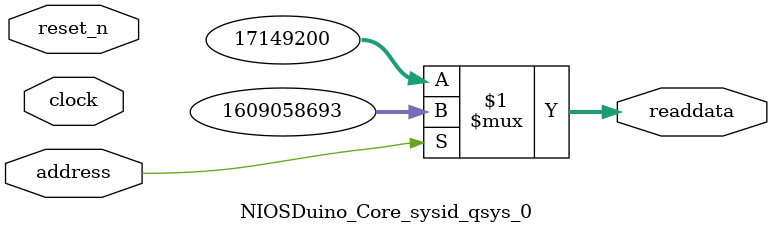
<source format=v>



// synthesis translate_off
`timescale 1ns / 1ps
// synthesis translate_on

// turn off superfluous verilog processor warnings 
// altera message_level Level1 
// altera message_off 10034 10035 10036 10037 10230 10240 10030 

module NIOSDuino_Core_sysid_qsys_0 (
               // inputs:
                address,
                clock,
                reset_n,

               // outputs:
                readdata
             )
;

  output  [ 31: 0] readdata;
  input            address;
  input            clock;
  input            reset_n;

  wire    [ 31: 0] readdata;
  //control_slave, which is an e_avalon_slave
  assign readdata = address ? 1609058693 : 17149200;

endmodule



</source>
